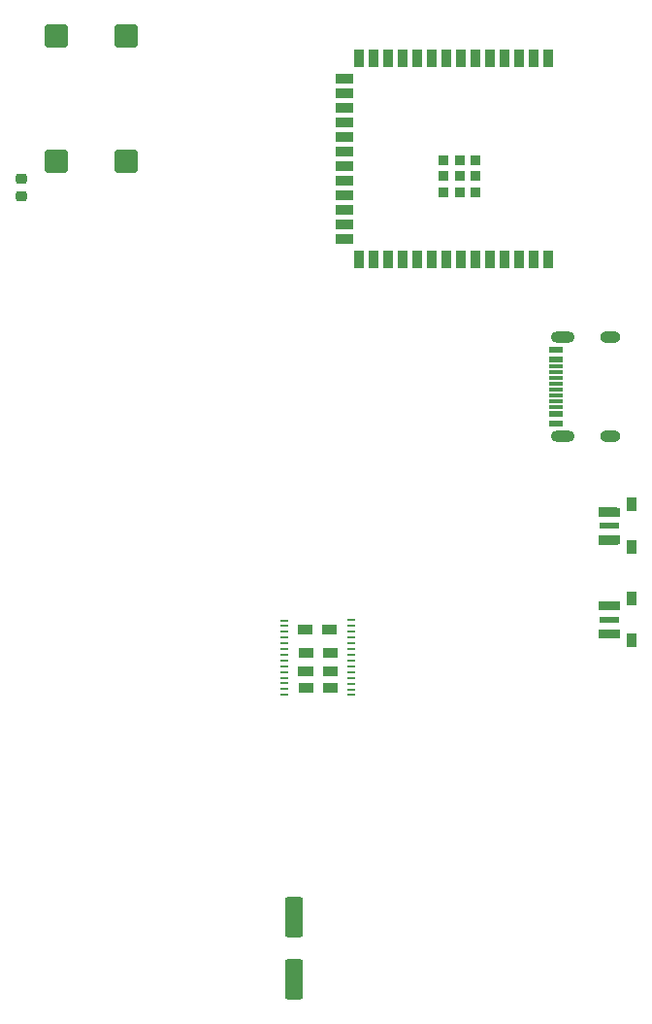
<source format=gbp>
G04 #@! TF.GenerationSoftware,KiCad,Pcbnew,8.0.4*
G04 #@! TF.CreationDate,2024-11-26T00:50:50-06:00*
G04 #@! TF.ProjectId,bitaxeUltra,62697461-7865-4556-9c74-72612e6b6963,rev?*
G04 #@! TF.SameCoordinates,Original*
G04 #@! TF.FileFunction,Paste,Bot*
G04 #@! TF.FilePolarity,Positive*
%FSLAX46Y46*%
G04 Gerber Fmt 4.6, Leading zero omitted, Abs format (unit mm)*
G04 Created by KiCad (PCBNEW 8.0.4) date 2024-11-26 00:50:50*
%MOMM*%
%LPD*%
G01*
G04 APERTURE LIST*
G04 Aperture macros list*
%AMRoundRect*
0 Rectangle with rounded corners*
0 $1 Rounding radius*
0 $2 $3 $4 $5 $6 $7 $8 $9 X,Y pos of 4 corners*
0 Add a 4 corners polygon primitive as box body*
4,1,4,$2,$3,$4,$5,$6,$7,$8,$9,$2,$3,0*
0 Add four circle primitives for the rounded corners*
1,1,$1+$1,$2,$3*
1,1,$1+$1,$4,$5*
1,1,$1+$1,$6,$7*
1,1,$1+$1,$8,$9*
0 Add four rect primitives between the rounded corners*
20,1,$1+$1,$2,$3,$4,$5,0*
20,1,$1+$1,$4,$5,$6,$7,0*
20,1,$1+$1,$6,$7,$8,$9,0*
20,1,$1+$1,$8,$9,$2,$3,0*%
G04 Aperture macros list end*
%ADD10C,0.001000*%
%ADD11C,0.010000*%
%ADD12R,1.150000X0.600000*%
%ADD13R,1.150000X0.300000*%
%ADD14O,1.800000X1.000000*%
%ADD15O,2.100000X1.000000*%
%ADD16R,0.900000X1.500000*%
%ADD17R,1.500000X0.900000*%
%ADD18R,0.900000X0.900000*%
%ADD19R,0.792000X0.221000*%
%ADD20RoundRect,0.250000X-0.550000X1.500000X-0.550000X-1.500000X0.550000X-1.500000X0.550000X1.500000X0*%
%ADD21RoundRect,0.250000X0.750000X-0.750000X0.750000X0.750000X-0.750000X0.750000X-0.750000X-0.750000X0*%
%ADD22R,1.800000X0.600000*%
%ADD23R,0.900000X1.300000*%
%ADD24RoundRect,0.218750X-0.256250X0.218750X-0.256250X-0.218750X0.256250X-0.218750X0.256250X0.218750X0*%
G04 APERTURE END LIST*
D10*
X105062000Y-113158000D02*
X103862000Y-113158000D01*
X103862000Y-113948000D01*
X105062000Y-113948000D01*
X105062000Y-113158000D01*
G36*
X105062000Y-113158000D02*
G01*
X103862000Y-113158000D01*
X103862000Y-113948000D01*
X105062000Y-113948000D01*
X105062000Y-113158000D01*
G37*
X105092000Y-116828000D02*
X103892000Y-116828000D01*
X103892000Y-117618000D01*
X105092000Y-117618000D01*
X105092000Y-116828000D01*
G36*
X105092000Y-116828000D02*
G01*
X103892000Y-116828000D01*
X103892000Y-117618000D01*
X105092000Y-117618000D01*
X105092000Y-116828000D01*
G37*
X105112000Y-115238000D02*
X103912000Y-115238000D01*
X103912000Y-116028000D01*
X105112000Y-116028000D01*
X105112000Y-115238000D01*
G36*
X105112000Y-115238000D02*
G01*
X103912000Y-115238000D01*
X103912000Y-116028000D01*
X105112000Y-116028000D01*
X105112000Y-115238000D01*
G37*
X105112000Y-118268000D02*
X103912000Y-118268000D01*
X103912000Y-119058000D01*
X105112000Y-119058000D01*
X105112000Y-118268000D01*
G36*
X105112000Y-118268000D02*
G01*
X103912000Y-118268000D01*
X103912000Y-119058000D01*
X105112000Y-119058000D01*
X105112000Y-118268000D01*
G37*
X107192000Y-113163000D02*
X105992000Y-113163000D01*
X105992000Y-113953000D01*
X107192000Y-113953000D01*
X107192000Y-113163000D01*
G36*
X107192000Y-113163000D02*
G01*
X105992000Y-113163000D01*
X105992000Y-113953000D01*
X107192000Y-113953000D01*
X107192000Y-113163000D01*
G37*
X107222000Y-116833000D02*
X106022000Y-116833000D01*
X106022000Y-117623000D01*
X107222000Y-117623000D01*
X107222000Y-116833000D01*
G36*
X107222000Y-116833000D02*
G01*
X106022000Y-116833000D01*
X106022000Y-117623000D01*
X107222000Y-117623000D01*
X107222000Y-116833000D01*
G37*
X107242000Y-115243000D02*
X106042000Y-115243000D01*
X106042000Y-116033000D01*
X107242000Y-116033000D01*
X107242000Y-115243000D01*
G36*
X107242000Y-115243000D02*
G01*
X106042000Y-115243000D01*
X106042000Y-116033000D01*
X107242000Y-116033000D01*
X107242000Y-115243000D01*
G37*
X107242000Y-118273000D02*
X106042000Y-118273000D01*
X106042000Y-119063000D01*
X107242000Y-119063000D01*
X107242000Y-118273000D01*
G36*
X107242000Y-118273000D02*
G01*
X106042000Y-118273000D01*
X106042000Y-119063000D01*
X107242000Y-119063000D01*
X107242000Y-118273000D01*
G37*
D11*
X131627066Y-102974530D02*
X131642463Y-102983010D01*
X131658275Y-102990680D01*
X131674459Y-102997530D01*
X131682684Y-103000630D01*
X131692959Y-103004880D01*
X131713816Y-103012610D01*
X131735025Y-103019300D01*
X131756537Y-103024930D01*
X131767391Y-103027340D01*
X131776128Y-103029700D01*
X131793763Y-103033780D01*
X131811578Y-103036970D01*
X131829528Y-103039280D01*
X131838544Y-103040100D01*
X131838553Y-103040090D01*
X131847412Y-103041480D01*
X131865219Y-103043580D01*
X131883106Y-103044810D01*
X131901037Y-103045160D01*
X131910000Y-103045000D01*
X131910000Y-103720000D01*
X130110000Y-103720000D01*
X130110000Y-102970000D01*
X131610000Y-102970000D01*
X131619537Y-102969990D01*
X131627066Y-102974530D01*
G36*
X131627066Y-102974530D02*
G01*
X131642463Y-102983010D01*
X131658275Y-102990680D01*
X131674459Y-102997530D01*
X131682684Y-103000630D01*
X131692959Y-103004880D01*
X131713816Y-103012610D01*
X131735025Y-103019300D01*
X131756537Y-103024930D01*
X131767391Y-103027340D01*
X131776128Y-103029700D01*
X131793763Y-103033780D01*
X131811578Y-103036970D01*
X131829528Y-103039280D01*
X131838544Y-103040100D01*
X131838553Y-103040090D01*
X131847412Y-103041480D01*
X131865219Y-103043580D01*
X131883106Y-103044810D01*
X131901037Y-103045160D01*
X131910000Y-103045000D01*
X131910000Y-103720000D01*
X130110000Y-103720000D01*
X130110000Y-102970000D01*
X131610000Y-102970000D01*
X131619537Y-102969990D01*
X131627066Y-102974530D01*
G37*
X131910000Y-106095000D02*
X131901037Y-106094840D01*
X131883106Y-106095190D01*
X131865219Y-106096420D01*
X131847412Y-106098520D01*
X131838553Y-106099910D01*
X131838544Y-106099900D01*
X131829528Y-106100720D01*
X131811578Y-106103030D01*
X131793763Y-106106220D01*
X131776128Y-106110300D01*
X131767391Y-106112660D01*
X131756537Y-106115070D01*
X131735025Y-106120700D01*
X131713816Y-106127390D01*
X131692959Y-106135120D01*
X131682684Y-106139370D01*
X131674459Y-106142470D01*
X131658275Y-106149320D01*
X131642463Y-106156990D01*
X131627066Y-106165470D01*
X131619537Y-106170010D01*
X131610000Y-106170000D01*
X130110000Y-106170000D01*
X130110000Y-105420000D01*
X131910000Y-105420000D01*
X131910000Y-106095000D01*
G36*
X131910000Y-106095000D02*
G01*
X131901037Y-106094840D01*
X131883106Y-106095190D01*
X131865219Y-106096420D01*
X131847412Y-106098520D01*
X131838553Y-106099910D01*
X131838544Y-106099900D01*
X131829528Y-106100720D01*
X131811578Y-106103030D01*
X131793763Y-106106220D01*
X131776128Y-106110300D01*
X131767391Y-106112660D01*
X131756537Y-106115070D01*
X131735025Y-106120700D01*
X131713816Y-106127390D01*
X131692959Y-106135120D01*
X131682684Y-106139370D01*
X131674459Y-106142470D01*
X131658275Y-106149320D01*
X131642463Y-106156990D01*
X131627066Y-106165470D01*
X131619537Y-106170010D01*
X131610000Y-106170000D01*
X130110000Y-106170000D01*
X130110000Y-105420000D01*
X131910000Y-105420000D01*
X131910000Y-106095000D01*
G37*
X131627066Y-111139530D02*
X131642463Y-111148010D01*
X131658275Y-111155680D01*
X131674459Y-111162530D01*
X131682684Y-111165630D01*
X131692959Y-111169880D01*
X131713816Y-111177610D01*
X131735025Y-111184300D01*
X131756537Y-111189930D01*
X131767391Y-111192340D01*
X131776128Y-111194700D01*
X131793763Y-111198780D01*
X131811578Y-111201970D01*
X131829528Y-111204280D01*
X131838544Y-111205100D01*
X131838553Y-111205090D01*
X131847412Y-111206480D01*
X131865219Y-111208580D01*
X131883106Y-111209810D01*
X131901037Y-111210160D01*
X131910000Y-111210000D01*
X131910000Y-111885000D01*
X130110000Y-111885000D01*
X130110000Y-111135000D01*
X131610000Y-111135000D01*
X131619537Y-111134990D01*
X131627066Y-111139530D01*
G36*
X131627066Y-111139530D02*
G01*
X131642463Y-111148010D01*
X131658275Y-111155680D01*
X131674459Y-111162530D01*
X131682684Y-111165630D01*
X131692959Y-111169880D01*
X131713816Y-111177610D01*
X131735025Y-111184300D01*
X131756537Y-111189930D01*
X131767391Y-111192340D01*
X131776128Y-111194700D01*
X131793763Y-111198780D01*
X131811578Y-111201970D01*
X131829528Y-111204280D01*
X131838544Y-111205100D01*
X131838553Y-111205090D01*
X131847412Y-111206480D01*
X131865219Y-111208580D01*
X131883106Y-111209810D01*
X131901037Y-111210160D01*
X131910000Y-111210000D01*
X131910000Y-111885000D01*
X130110000Y-111885000D01*
X130110000Y-111135000D01*
X131610000Y-111135000D01*
X131619537Y-111134990D01*
X131627066Y-111139530D01*
G37*
X131910000Y-114260000D02*
X131901037Y-114259840D01*
X131883106Y-114260190D01*
X131865219Y-114261420D01*
X131847412Y-114263520D01*
X131838553Y-114264910D01*
X131838544Y-114264900D01*
X131829528Y-114265720D01*
X131811578Y-114268030D01*
X131793763Y-114271220D01*
X131776128Y-114275300D01*
X131767391Y-114277660D01*
X131756537Y-114280070D01*
X131735025Y-114285700D01*
X131713816Y-114292390D01*
X131692959Y-114300120D01*
X131682684Y-114304370D01*
X131674459Y-114307470D01*
X131658275Y-114314320D01*
X131642463Y-114321990D01*
X131627066Y-114330470D01*
X131619537Y-114335010D01*
X131610000Y-114335000D01*
X130110000Y-114335000D01*
X130110000Y-113585000D01*
X131910000Y-113585000D01*
X131910000Y-114260000D01*
G36*
X131910000Y-114260000D02*
G01*
X131901037Y-114259840D01*
X131883106Y-114260190D01*
X131865219Y-114261420D01*
X131847412Y-114263520D01*
X131838553Y-114264910D01*
X131838544Y-114264900D01*
X131829528Y-114265720D01*
X131811578Y-114268030D01*
X131793763Y-114271220D01*
X131776128Y-114275300D01*
X131767391Y-114277660D01*
X131756537Y-114280070D01*
X131735025Y-114285700D01*
X131713816Y-114292390D01*
X131692959Y-114300120D01*
X131682684Y-114304370D01*
X131674459Y-114307470D01*
X131658275Y-114314320D01*
X131642463Y-114321990D01*
X131627066Y-114330470D01*
X131619537Y-114335010D01*
X131610000Y-114335000D01*
X130110000Y-114335000D01*
X130110000Y-113585000D01*
X131910000Y-113585000D01*
X131910000Y-114260000D01*
G37*
D12*
X126368000Y-89256000D03*
X126368000Y-90056000D03*
D13*
X126368000Y-91206000D03*
X126368000Y-92206000D03*
X126368000Y-92706000D03*
X126368000Y-93706000D03*
D12*
X126368000Y-94856000D03*
X126368000Y-95656000D03*
X126368000Y-95656000D03*
X126368000Y-94856000D03*
D13*
X126368000Y-94206000D03*
X126368000Y-93206000D03*
X126368000Y-91706000D03*
X126368000Y-90706000D03*
D12*
X126368000Y-90056000D03*
X126368000Y-89256000D03*
D14*
X131123000Y-88136000D03*
D15*
X126943000Y-88136000D03*
D14*
X131123000Y-96776000D03*
D15*
X126943000Y-96776000D03*
D16*
X125690000Y-81360000D03*
X124420000Y-81360000D03*
X123150000Y-81360000D03*
X121880000Y-81360000D03*
X120610000Y-81360000D03*
X119340000Y-81360000D03*
X118070000Y-81360000D03*
X116800000Y-81360000D03*
X115530000Y-81360000D03*
X114260000Y-81360000D03*
X112990000Y-81360000D03*
X111720000Y-81360000D03*
X110450000Y-81360000D03*
X109180000Y-81360000D03*
D17*
X107930000Y-79595000D03*
X107930000Y-78325000D03*
X107930000Y-77055000D03*
X107930000Y-75785000D03*
X107930000Y-74515000D03*
X107930000Y-73245000D03*
X107930000Y-71975000D03*
X107930000Y-70705000D03*
X107930000Y-69435000D03*
X107930000Y-68165000D03*
X107930000Y-66895000D03*
X107930000Y-65625000D03*
D16*
X109180000Y-63860000D03*
X110450000Y-63860000D03*
X111720000Y-63860000D03*
X112990000Y-63860000D03*
X114260000Y-63860000D03*
X115530000Y-63860000D03*
X116800000Y-63860000D03*
X118070000Y-63860000D03*
X119340000Y-63860000D03*
X120610000Y-63860000D03*
X121880000Y-63860000D03*
X123150000Y-63860000D03*
X124420000Y-63860000D03*
X125690000Y-63860000D03*
D18*
X116570000Y-75510000D03*
X117970000Y-75510000D03*
X119370000Y-75510000D03*
X116570000Y-74110000D03*
X117970000Y-74110000D03*
X119370000Y-74110000D03*
X116570000Y-72710000D03*
X117970000Y-72710000D03*
X119370000Y-72710000D03*
D19*
X108528000Y-112805000D03*
X108528000Y-113307000D03*
X108528000Y-113809000D03*
X108528000Y-114311000D03*
X108528000Y-114813000D03*
X108528000Y-115315000D03*
X108528000Y-115817000D03*
X108528000Y-116319000D03*
X108528000Y-116821000D03*
X108528000Y-117323000D03*
X108528000Y-117825000D03*
X108528000Y-118327000D03*
X108528000Y-118829000D03*
X108528000Y-119331000D03*
X102696000Y-119318000D03*
X102696000Y-118818000D03*
X102696000Y-118318000D03*
X102696000Y-117818000D03*
X102696000Y-117318000D03*
X102696000Y-116821000D03*
X102696000Y-116318000D03*
X102696000Y-115817000D03*
X102696000Y-115315000D03*
X102696000Y-114813000D03*
X102696000Y-114311000D03*
X102696000Y-113818000D03*
X102696000Y-113307000D03*
X102696000Y-112818000D03*
D20*
X103490000Y-138720000D03*
X103490000Y-144120000D03*
D21*
X82750000Y-72850000D03*
X88900000Y-72850000D03*
X82750000Y-61850000D03*
X88900000Y-61850000D03*
D22*
X131010000Y-104570000D03*
D23*
X132960000Y-102720000D03*
X132960000Y-106420000D03*
D24*
X79700000Y-74325000D03*
X79700000Y-75900000D03*
D22*
X131010000Y-112735000D03*
D23*
X132960000Y-110885000D03*
X132960000Y-114585000D03*
M02*

</source>
